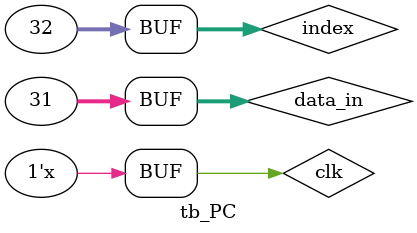
<source format=v>
`timescale 1ns / 1ps


module tb_PC;

	// Inputs
	reg [31:0] data_in;
	reg clk;
	// Outputs
	wire [31:0] data_out;

	// Instantiate the Unit Under Test (UUT)
	PC uut (
		.data_in(data_in), 
		.data_out(data_out),
		.clk(clk)
	);
	integer index = 0;
	always begin
	clk = ~clk;
	#1;
	end
	initial begin
		// Initialize Inputs
		data_in = 0;
		clk = 0;
		// Wait 100 ns for global reset to finish
		#100;
      for (index=0; index<32;index = index + 1) begin
		data_in = index;
		#2;
		end
		// Add stimulus here

	end
      
endmodule


</source>
